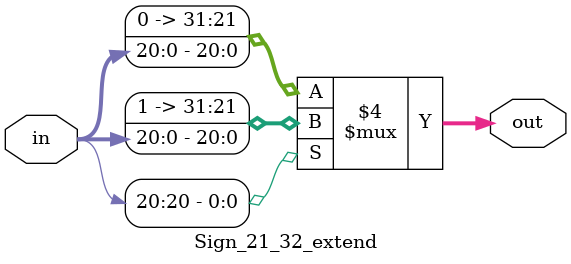
<source format=v>
`timescale 1ns / 1ps
module Sign_21_32_extend(input [20:0] in, output reg [31:0] out);

	always @(*) begin
		if(in[20] == 1) begin
			out = {11'b11111111111 , in}; 
		end else begin
			out = {11'b00000000000 ,in};
		end
	end
	
endmodule

</source>
